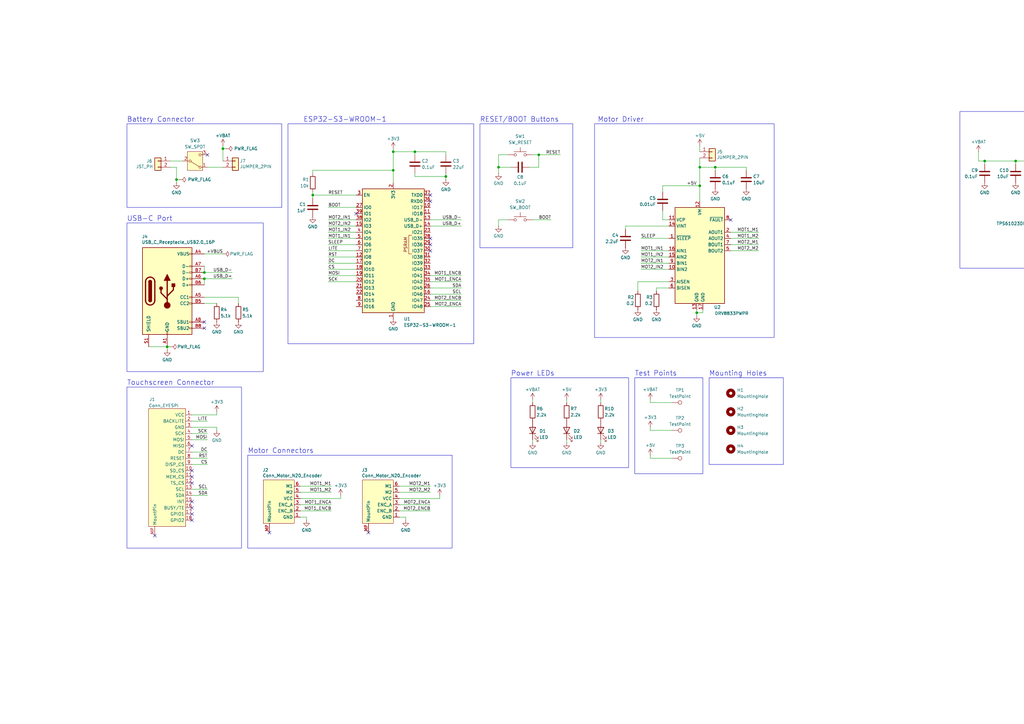
<source format=kicad_sch>
(kicad_sch (version 20250114) (generator "eeschema") (generator_version "9.0")
  (paper "A3")
  (title_block (title "Raster Bot") (rev "v0.2"))
  (rectangle (start 393.7 45.72) (end 480.06 109.982))
  (rectangle (start 52.07 158.75) (end 99.06 224.79))
  (rectangle (start 243.84 50.8) (end 317.5 138.43))
  (rectangle (start 52.07 50.8) (end 115.57 85.09))
  (rectangle (start 52.07 91.44) (end 107.95 152.4))
  (rectangle (start 260.35 154.94) (end 288.29 194.31))
  (rectangle (start 290.83 154.94) (end 321.31 190.5))
  (rectangle (start 101.6 186.69) (end 185.42 224.79))
  (rectangle (start 196.85 50.8) (end 234.95 101.6))
  (rectangle (start 118.11 50.8) (end 194.31 140.97))
  (rectangle (start 209.55 154.94) (end 257.81 191.77))
  (text "Motor Connectors" (at 101.6 186.182 0) (effects (font (size 2.032 2.032)) (justify left bottom)))
  (text "RESET/BOOT Buttons" (at 196.85 50.292 0) (effects (font (size 2.032 2.032)) (justify left bottom)))
  (text "Test Points" (at 260.35 154.432 0) (effects (font (size 2.032 2.032)) (justify left bottom)))
  (text "ESP32-S3-WROOM-1" (at 124.46 50.292 0) (effects (font (size 2.032 2.032)) (justify left bottom)))
  (text "Touchscreen Connector" (at 52.07 158.242 0) (effects (font (size 2.032 2.032)) (justify left bottom)))
  (text "Power LEDs" (at 209.55 154.432 0) (effects (font (size 2.032 2.032)) (justify left bottom)))
  (text "Mounting Holes" (at 290.83 154.432 0) (effects (font (size 2.032 2.032)) (justify left bottom)))
  (text "USB-C Port" (at 52.07 90.932 0) (effects (font (size 2.032 2.032)) (justify left bottom)))
  (text "5V Boost Converter" (at 434.848 43.688 0) (effects (font (size 2.032 2.032))))
  (text "Battery Connector" (at 52.07 50.292 0) (effects (font (size 2.032 2.032)) (justify left bottom)))
  (text "Motor Driver" (at 245.11 50.292 0) (effects (font (size 2.032 2.032)) (justify left bottom)))
  (junction (at 68.58 142.24))
  (junction (at 91.44 60.96))
  (junction (at 161.29 62.23))
  (junction (at 170.18 62.23))
  (junction (at 220.98 63.5))
  (junction (at 445.77 92.71))
  (junction (at 72.39 73.66))
  (junction (at 431.8 66.04))
  (junction (at 287.02 68.58))
  (junction (at 421.64 66.04))
  (junction (at 83.82 111.76))
  (junction (at 128.27 80.01))
  (junction (at 83.82 114.3))
  (junction (at 161.29 69.85))
  (junction (at 285.75 128.27))
  (junction (at 287.02 76.2))
  (junction (at 445.77 82.55))
  (junction (at 293.37 68.58))
  (junction (at 403.86 66.04))
  (junction (at 182.88 72.39))
  (junction (at 416.56 66.04))
  (junction (at 469.9 82.55))
  (junction (at 204.47 68.58))
  (junction (at 457.2 82.55))
  (no_connect (at 176.53 82.55))
  (no_connect (at 78.74 195.58))
  (no_connect (at 78.74 208.28))
  (no_connect (at 78.74 198.12))
  (no_connect (at 78.74 210.82))
  (no_connect (at 110.49 218.44))
  (no_connect (at 176.53 100.33))
  (no_connect (at 78.74 213.36))
  (no_connect (at 176.53 102.87))
  (no_connect (at 151.13 218.44))
  (no_connect (at 78.74 193.04))
  (no_connect (at 176.53 97.79))
  (no_connect (at 78.74 205.74))
  (no_connect (at 63.5 219.71))
  (no_connect (at 83.82 132.08))
  (no_connect (at 78.74 182.88))
  (no_connect (at 85.09 63.5))
  (no_connect (at 83.82 134.62))
  (no_connect (at 299.72 90.17))
  (no_connect (at 176.53 80.01))
  (no_connect (at 146.05 87.63))
  (wire (pts (xy 161.29 62.23) (xy 161.29 69.85)))
  (wire (pts (xy 170.18 62.23) (xy 182.88 62.23)))
  (wire (pts (xy 204.47 63.5) (xy 204.47 68.58)))
  (wire (pts (xy 431.8 66.04) (xy 431.8 68.58)))
  (wire (pts (xy 180.34 204.47) (xy 180.34 203.2)))
  (wire (pts (xy 293.37 68.58) (xy 306.07 68.58)))
  (wire (pts (xy 262.89 97.79) (xy 274.32 97.79)))
  (wire (pts (xy 139.7 204.47) (xy 139.7 203.2)))
  (wire (pts (xy 91.44 59.69) (xy 91.44 60.96)))
  (wire (pts (xy 163.83 201.93) (xy 176.53 201.93)))
  (wire (pts (xy 288.29 128.27) (xy 285.75 128.27)))
  (wire (pts (xy 163.83 199.39) (xy 176.53 199.39)))
  (wire (pts (xy 166.37 212.09) (xy 163.83 212.09)))
  (wire (pts (xy 83.82 114.3) (xy 95.25 114.3)))
  (wire (pts (xy 128.27 71.12) (xy 128.27 69.85)))
  (wire (pts (xy 256.54 92.71) (xy 256.54 93.98)))
  (wire (pts (xy 97.79 124.46) (xy 97.79 121.92)))
  (wire (pts (xy 403.86 66.04) (xy 403.86 67.31)))
  (wire (pts (xy 161.29 69.85) (xy 161.29 74.93)))
  (wire (pts (xy 217.17 68.58) (xy 220.98 68.58)))
  (wire (pts (xy 285.75 128.27) (xy 285.75 129.54)))
  (wire (pts (xy 60.96 142.24) (xy 68.58 142.24)))
  (wire (pts (xy 92.71 60.96) (xy 91.44 60.96)))
  (wire (pts (xy 299.72 102.87) (xy 311.15 102.87)))
  (wire (pts (xy 269.24 118.11) (xy 269.24 119.38)))
  (wire (pts (xy 441.96 82.55) (xy 445.77 82.55)))
  (wire (pts (xy 246.38 163.83) (xy 246.38 165.1)))
  (wire (pts (xy 72.39 68.58) (xy 72.39 73.66)))
  (wire (pts (xy 176.53 115.57) (xy 189.23 115.57)))
  (wire (pts (xy 134.62 115.57) (xy 146.05 115.57)))
  (wire (pts (xy 97.79 121.92) (xy 83.82 121.92)))
  (wire (pts (xy 88.9 175.26) (xy 88.9 176.53)))
  (wire (pts (xy 85.09 68.58) (xy 91.44 68.58)))
  (wire (pts (xy 176.53 113.03) (xy 189.23 113.03)))
  (wire (pts (xy 266.7 186.69) (xy 266.7 187.96)))
  (wire (pts (xy 472.44 74.93) (xy 472.44 82.55)))
  (wire (pts (xy 218.44 63.5) (xy 220.98 63.5)))
  (wire (pts (xy 218.44 90.17) (xy 226.06 90.17)))
  (wire (pts (xy 176.53 92.71) (xy 189.23 92.71)))
  (wire (pts (xy 83.82 124.46) (xy 88.9 124.46)))
  (wire (pts (xy 78.74 177.8) (xy 85.09 177.8)))
  (wire (pts (xy 83.82 114.3) (xy 83.82 116.84)))
  (wire (pts (xy 72.39 73.66) (xy 72.39 74.93)))
  (wire (pts (xy 176.53 120.65) (xy 189.23 120.65)))
  (wire (pts (xy 170.18 71.12) (xy 170.18 72.39)))
  (wire (pts (xy 401.32 66.04) (xy 403.86 66.04)))
  (wire (pts (xy 78.74 180.34) (xy 85.09 180.34)))
  (wire (pts (xy 287.02 59.69) (xy 287.02 62.23)))
  (wire (pts (xy 161.29 62.23) (xy 170.18 62.23)))
  (wire (pts (xy 299.72 95.25) (xy 311.15 95.25)))
  (wire (pts (xy 256.54 92.71) (xy 274.32 92.71)))
  (wire (pts (xy 208.28 63.5) (xy 204.47 63.5)))
  (wire (pts (xy 134.62 110.49) (xy 146.05 110.49)))
  (wire (pts (xy 134.62 105.41) (xy 146.05 105.41)))
  (wire (pts (xy 170.18 63.5) (xy 170.18 62.23)))
  (wire (pts (xy 220.98 68.58) (xy 220.98 63.5)))
  (wire (pts (xy 271.78 76.2) (xy 271.78 78.74)))
  (wire (pts (xy 163.83 207.01) (xy 176.53 207.01)))
  (wire (pts (xy 128.27 80.01) (xy 146.05 80.01)))
  (wire (pts (xy 134.62 92.71) (xy 146.05 92.71)))
  (wire (pts (xy 83.82 104.14) (xy 91.44 104.14)))
  (wire (pts (xy 128.27 81.28) (xy 128.27 80.01)))
  (wire (pts (xy 469.9 82.55) (xy 472.44 82.55)))
  (wire (pts (xy 134.62 95.25) (xy 146.05 95.25)))
  (wire (pts (xy 218.44 181.61) (xy 218.44 180.34)))
  (wire (pts (xy 431.8 66.04) (xy 434.34 66.04)))
  (wire (pts (xy 262.89 110.49) (xy 274.32 110.49)))
  (wire (pts (xy 445.77 83.82) (xy 445.77 82.55)))
  (wire (pts (xy 261.62 115.57) (xy 261.62 119.38)))
  (wire (pts (xy 68.58 142.24) (xy 69.85 142.24)))
  (wire (pts (xy 182.88 62.23) (xy 182.88 63.5)))
  (wire (pts (xy 123.19 207.01) (xy 135.89 207.01)))
  (wire (pts (xy 271.78 90.17) (xy 274.32 90.17)))
  (wire (pts (xy 78.74 190.5) (xy 85.09 190.5)))
  (wire (pts (xy 88.9 170.18) (xy 88.9 168.91)))
  (wire (pts (xy 176.53 90.17) (xy 189.23 90.17)))
  (wire (pts (xy 176.53 125.73) (xy 189.23 125.73)))
  (wire (pts (xy 123.19 204.47) (xy 139.7 204.47)))
  (wire (pts (xy 123.19 209.55) (xy 135.89 209.55)))
  (wire (pts (xy 204.47 90.17) (xy 208.28 90.17)))
  (wire (pts (xy 176.53 118.11) (xy 189.23 118.11)))
  (wire (pts (xy 445.77 92.71) (xy 445.77 93.98)))
  (wire (pts (xy 287.02 76.2) (xy 287.02 82.55)))
  (wire (pts (xy 445.77 82.55) (xy 457.2 82.55)))
  (wire (pts (xy 421.64 66.04) (xy 421.64 77.47)))
  (wire (pts (xy 266.7 187.96) (xy 275.59 187.96)))
  (wire (pts (xy 78.74 203.2) (xy 85.09 203.2)))
  (wire (pts (xy 176.53 123.19) (xy 189.23 123.19)))
  (wire (pts (xy 232.41 163.83) (xy 232.41 165.1)))
  (wire (pts (xy 68.58 142.24) (xy 68.58 143.51)))
  (wire (pts (xy 134.62 113.03) (xy 146.05 113.03)))
  (wire (pts (xy 246.38 181.61) (xy 246.38 180.34)))
  (wire (pts (xy 416.56 66.04) (xy 416.56 67.31)))
  (wire (pts (xy 182.88 72.39) (xy 182.88 73.66)))
  (wire (pts (xy 262.89 102.87) (xy 274.32 102.87)))
  (wire (pts (xy 271.78 76.2) (xy 287.02 76.2)))
  (wire (pts (xy 457.2 83.82) (xy 457.2 82.55)))
  (wire (pts (xy 261.62 115.57) (xy 274.32 115.57)))
  (wire (pts (xy 299.72 100.33) (xy 311.15 100.33)))
  (wire (pts (xy 125.73 213.36) (xy 125.73 212.09)))
  (wire (pts (xy 232.41 181.61) (xy 232.41 180.34)))
  (wire (pts (xy 123.19 212.09) (xy 125.73 212.09)))
  (wire (pts (xy 123.19 201.93) (xy 135.89 201.93)))
  (wire (pts (xy 218.44 163.83) (xy 218.44 165.1)))
  (wire (pts (xy 83.82 109.22) (xy 83.82 111.76)))
  (wire (pts (xy 445.77 91.44) (xy 445.77 92.71)))
  (wire (pts (xy 182.88 71.12) (xy 182.88 72.39)))
  (wire (pts (xy 69.85 66.04) (xy 74.93 66.04)))
  (wire (pts (xy 469.9 83.82) (xy 469.9 82.55)))
  (wire (pts (xy 78.74 172.72) (xy 85.09 172.72)))
  (wire (pts (xy 441.96 66.04) (xy 444.5 66.04)))
  (wire (pts (xy 78.74 170.18) (xy 88.9 170.18)))
  (wire (pts (xy 287.02 68.58) (xy 287.02 76.2)))
  (wire (pts (xy 421.64 66.04) (xy 431.8 66.04)))
  (wire (pts (xy 163.83 204.47) (xy 180.34 204.47)))
  (wire (pts (xy 72.39 73.66) (xy 73.66 73.66)))
  (wire (pts (xy 78.74 200.66) (xy 85.09 200.66)))
  (wire (pts (xy 161.29 60.96) (xy 161.29 62.23)))
  (wire (pts (xy 306.07 68.58) (xy 306.07 69.85)))
  (wire (pts (xy 293.37 68.58) (xy 293.37 69.85)))
  (wire (pts (xy 416.56 66.04) (xy 421.64 66.04)))
  (wire (pts (xy 134.62 100.33) (xy 146.05 100.33)))
  (wire (pts (xy 287.02 64.77) (xy 287.02 68.58)))
  (wire (pts (xy 134.62 97.79) (xy 146.05 97.79)))
  (wire (pts (xy 457.2 82.55) (xy 469.9 82.55)))
  (wire (pts (xy 134.62 90.17) (xy 146.05 90.17)))
  (wire (pts (xy 88.9 175.26) (xy 78.74 175.26)))
  (wire (pts (xy 441.96 92.71) (xy 445.77 92.71)))
  (wire (pts (xy 269.24 118.11) (xy 274.32 118.11)))
  (wire (pts (xy 83.82 111.76) (xy 95.25 111.76)))
  (wire (pts (xy 128.27 78.74) (xy 128.27 80.01)))
  (wire (pts (xy 266.7 176.53) (xy 275.59 176.53)))
  (wire (pts (xy 78.74 187.96) (xy 85.09 187.96)))
  (wire (pts (xy 287.02 68.58) (xy 293.37 68.58)))
  (wire (pts (xy 285.75 127) (xy 285.75 128.27)))
  (wire (pts (xy 170.18 72.39) (xy 182.88 72.39)))
  (wire (pts (xy 204.47 92.71) (xy 204.47 90.17)))
  (wire (pts (xy 163.83 209.55) (xy 176.53 209.55)))
  (wire (pts (xy 69.85 68.58) (xy 72.39 68.58)))
  (wire (pts (xy 288.29 127) (xy 288.29 128.27)))
  (wire (pts (xy 266.7 165.1) (xy 275.59 165.1)))
  (wire (pts (xy 266.7 175.26) (xy 266.7 176.53)))
  (wire (pts (xy 444.5 77.47) (xy 441.96 77.47)))
  (wire (pts (xy 128.27 69.85) (xy 161.29 69.85)))
  (wire (pts (xy 91.44 60.96) (xy 91.44 66.04)))
  (wire (pts (xy 134.62 85.09) (xy 146.05 85.09)))
  (wire (pts (xy 266.7 163.83) (xy 266.7 165.1)))
  (wire (pts (xy 444.5 66.04) (xy 444.5 77.47)))
  (wire (pts (xy 299.72 97.79) (xy 311.15 97.79)))
  (wire (pts (xy 401.32 62.23) (xy 401.32 66.04)))
  (wire (pts (xy 166.37 212.09) (xy 166.37 213.36)))
  (wire (pts (xy 262.89 105.41) (xy 274.32 105.41)))
  (wire (pts (xy 209.55 68.58) (xy 204.47 68.58)))
  (wire (pts (xy 134.62 107.95) (xy 146.05 107.95)))
  (wire (pts (xy 220.98 63.5) (xy 229.87 63.5)))
  (wire (pts (xy 441.96 87.63) (xy 441.96 92.71)))
  (wire (pts (xy 78.74 185.42) (xy 85.09 185.42)))
  (wire (pts (xy 123.19 199.39) (xy 135.89 199.39)))
  (wire (pts (xy 134.62 102.87) (xy 146.05 102.87)))
  (wire (pts (xy 271.78 86.36) (xy 271.78 90.17)))
  (wire (pts (xy 262.89 107.95) (xy 274.32 107.95)))
  (wire (pts (xy 403.86 66.04) (xy 416.56 66.04)))
  (wire (pts (xy 204.47 68.58) (xy 204.47 71.12)))
  (label "+VBUS" (at 91.44 104.14 180))
  (label "MOT1_IN2" (at 262.89 105.41 0))
  (label "CS" (at 134.62 110.49 0))
  (label "LITE" (at 85.09 172.72 180))
  (label "MOT1_M2" (at 135.89 201.93 180))
  (label "MOT1_IN1" (at 134.62 97.79 0))
  (label "SCK" (at 134.62 115.57 0))
  (label "RST" (at 134.62 105.41 0))
  (label "BOOT" (at 226.06 90.17 180))
  (label "MOT1_M1" (at 135.89 199.39 180))
  (label "BOOT" (at 134.62 85.09 0))
  (label "MOSI" (at 85.09 180.34 180))
  (label "MOT2_ENCA" (at 189.23 125.73 180))
  (label "DC" (at 134.62 107.95 0))
  (label "MOT2_M1" (at 176.53 199.39 180))
  (label "USB_D-" (at 189.23 90.17 180))
  (label "USB_D+" (at 189.23 92.71 180))
  (label "SLEEP" (at 134.62 100.33 0))
  (label "MOT1_IN1" (at 262.89 102.87 0))
  (label "MOT2_IN2" (at 134.62 92.71 0))
  (label "MOT2_IN1" (at 262.89 107.95 0))
  (label "USB_D-" (at 95.25 111.76 180))
  (label "MOT1_M2" (at 311.15 97.79 180))
  (label "RST" (at 85.09 187.96 180))
  (label "CS" (at 85.09 190.5 180))
  (label "MOT1_IN2" (at 134.62 95.25 0))
  (label "SCK" (at 85.09 177.8 180))
  (label "MOT2_M2" (at 176.53 201.93 180))
  (label "RESET" (at 134.62 80.01 0))
  (label "LITE" (at 134.62 102.87 0))
  (label "MOT2_ENCB" (at 176.53 209.55 180))
  (label "SDA" (at 189.23 118.11 180))
  (label "SDA" (at 85.09 203.2 180))
  (label "DC" (at 85.09 185.42 180))
  (label "MOT2_ENCB" (at 189.23 123.19 180))
  (label "MOT1_ENCB" (at 135.89 209.55 180))
  (label "MOSI" (at 134.62 113.03 0))
  (label "SCL" (at 189.23 120.65 180))
  (label "+5V" (at 285.75 76.2 180))
  (label "MOT2_ENCA" (at 176.53 207.01 180))
  (label "USB_D+" (at 95.25 114.3 180))
  (label "MOT2_M2" (at 311.15 102.87 180))
  (label "SCL" (at 85.09 200.66 180))
  (label "MOT2_IN2" (at 262.89 110.49 0))
  (label "MOT1_ENCA" (at 135.89 207.01 180))
  (label "MOT1_ENCA" (at 189.23 115.57 180))
  (label "RESET" (at 229.87 63.5 180))
  (label "SLEEP" (at 262.89 97.79 0))
  (label "MOT1_ENCB" (at 189.23 113.03 180))
  (label "MOT1_M1" (at 311.15 95.25 180))
  (label "MOT2_M1" (at 311.15 100.33 180))
  (label "MOT2_IN1" (at 134.62 90.17 0))
  (symbol (lib_id "Device:R") (at 269.24 123.19 0) (mirror y) (unit 1)
    (property "Reference" "R3" (at 267.716 121.92 0) (effects (justify left)))
    (property "Value" "0.2" (at 267.716 124.46 0) (effects (justify left)))
    (property "Footprint" "Resistor_SMD:R_1206_3216Metric" (effects (hide yes)))
    (property "Description" "Resistor" (effects (hide yes)))
    (property "LCSC" "C7467885" (effects (hide yes)))
  )
  (symbol (lib_id "power:GND") (at 256.54 101.6 0) (mirror y) (unit 1)
    (property "Reference" "#PWR011" (effects (hide yes)))
    (property "Value" "GND" (at 256.54 105.664 0))
    (property "Description" "Power symbol creates a global label with name \"GND\" , ground" (effects (hide yes)))
  )
  (symbol (lib_id "power:GND") (at 469.9 91.44 0) (unit 1)
    (property "Reference" "#PWR041" (effects (hide yes)))
    (property "Value" "GND" (at 469.9 95.504 0))
    (property "Description" "Power symbol creates a global label with name \"GND\" , ground" (effects (hide yes)))
  )
  (symbol (lib_id "power:+3V3") (at 161.29 60.96 0) (unit 1)
    (property "Reference" "#PWR06" (effects (hide yes)))
    (property "Value" "+3V3" (at 161.29 56.896 0))
    (property "Description" "Power symbol creates a global label with name \"+3V3\"" (effects (hide yes)))
  )
  (symbol (lib_id "power:+3V3") (at 139.7 203.2 0) (mirror y) (unit 1)
    (property "Reference" "#PWR03" (effects (hide yes)))
    (property "Value" "+3V3" (at 139.7 199.136 0))
    (property "Description" "Power symbol creates a global label with name \"+3V3\"" (effects (hide yes)))
  )
  (symbol (lib_id "Device:C") (at 293.37 73.66 0) (unit 1)
    (property "Reference" "C6" (at 296.164 72.39 0) (effects (justify left)))
    (property "Value" "0.1uF" (at 296.164 74.93 0) (effects (justify left)))
    (property "Footprint" "Capacitor_SMD:C_0805_2012Metric" (effects (hide yes)))
    (property "Description" "Unpolarized capacitor" (effects (hide yes)))
    (property "LCSC" "C28233" (effects (hide yes)))
  )
  (symbol (lib_id "Mechanical:MountingHole") (at 299.72 168.91 0) (unit 1) (in_bom no)
    (property "Reference" "H2" (at 302.26 167.6399 0) (effects (justify left)))
    (property "Value" "MountingHole" (at 302.26 170.1799 0) (effects (justify left)))
    (property "Footprint" "MountingHole:MountingHole_3.2mm_M3" (effects (hide yes)))
    (property "Description" "Mounting Hole without connection" (effects (hide yes)))
  )
  (symbol (lib_id "Mechanical:MountingHole") (at 299.72 161.29 0) (unit 1) (in_bom no)
    (property "Reference" "H1" (at 302.26 160.0199 0) (effects (justify left)))
    (property "Value" "MountingHole" (at 302.26 162.5599 0) (effects (justify left)))
    (property "Footprint" "MountingHole:MountingHole_3.2mm_M3" (effects (hide yes)))
    (property "Description" "Mounting Hole without connection" (effects (hide yes)))
  )
  (symbol (lib_id "Connector_Generic:Conn_01x02") (at 96.52 66.04 0) (unit 1)
    (property "Reference" "J7" (at 99.568 66.04 0))
    (property "Value" "JUMPER_2PIN" (at 104.902 68.326 0))
    (property "Footprint" "Connector_PinHeader_2.54mm:PinHeader_1x02_P2.54mm_Vertical" (effects (hide yes)))
    (property "Description" "Generic connector, single row, 01x02, script generated (kicad-library-utils/schlib/autogen/connector/)" (effects (hide yes)))
    (property "LCSC" "C124375" (effects (hide yes)))
  )
  (symbol (lib_id "power:PWR_FLAG") (at 91.44 104.14 270) (mirror x) (unit 1)
    (property "Reference" "#FLG02" (effects (hide yes)))
    (property "Value" "PWR_FLAG" (at 94.234 104.14 90) (effects (justify left)))
    (property "Description" "Special symbol for telling ERC where power comes from" (effects (hide yes)))
  )
  (symbol (lib_id "Connector:TestPoint") (at 275.59 187.96 270) (mirror x) (unit 1)
    (property "Reference" "TP3" (at 278.892 182.88 90))
    (property "Value" "TestPoint" (at 278.892 185.42 90))
    (property "Description" "test point" (effects (hide yes)))
  )
  (symbol (lib_id "power:GND") (at 68.58 143.51 0) (mirror y) (unit 1)
    (property "Reference" "#PWR013" (effects (hide yes)))
    (property "Value" "GND" (at 68.58 147.574 0))
    (property "Description" "Power symbol creates a global label with name \"GND\" , ground" (effects (hide yes)))
  )
  (symbol (lib_id "Device:LED") (at 246.38 176.53 90) (unit 1)
    (property "Reference" "D3" (at 249.174 176.784 90) (effects (justify right)))
    (property "Value" "LED" (at 249.174 179.324 90) (effects (justify right)))
    (property "Footprint" "LED_SMD:LED_0603_1608Metric" (effects (hide yes)))
    (property "Description" "Light emitting diode" (effects (hide yes)))
    (property "Sim.Pins" "1=K 2=A" (effects (hide yes)))
    (property "LCSC" "C2286" (effects (hide yes)))
  )
  (symbol (lib_id "Mechanical:MountingHole") (at 299.72 176.53 0) (unit 1) (in_bom no)
    (property "Reference" "H3" (at 302.26 175.2599 0) (effects (justify left)))
    (property "Value" "MountingHole" (at 302.26 177.7999 0) (effects (justify left)))
    (property "Footprint" "MountingHole:MountingHole_3.2mm_M3" (effects (hide yes)))
    (property "Description" "Mounting Hole without connection" (effects (hide yes)))
  )
  (symbol (lib_id "Switch:SW_SPDT") (at 80.01 66.04 0) (mirror x) (unit 1)
    (property "Reference" "SW3" (at 80.01 57.658 0))
    (property "Value" "SW_SPDT" (at 80.01 60.198 0))
    (property "Footprint" "Raster_Bot:SW_SPDT_Shouhan_MSK12C02" (effects (hide yes)))
    (property "Description" "Switch, single pole double throw" (effects (hide yes)))
    (property "LCSC" "C431541" (effects (hide yes)))
  )
  (symbol (lib_id "Connector:TestPoint") (at 275.59 165.1 270) (mirror x) (unit 1)
    (property "Reference" "TP1" (at 278.892 160.02 90))
    (property "Value" "TestPoint" (at 278.892 162.56 90))
    (property "Description" "test point" (effects (hide yes)))
  )
  (symbol (lib_id "power:+5V") (at 287.02 59.69 0) (unit 1)
    (property "Reference" "#PWR016" (effects (hide yes)))
    (property "Value" "+5V" (at 287.02 55.626 0))
    (property "Description" "Power symbol creates a global label with name \"+5V\"" (effects (hide yes)))
  )
  (symbol (lib_id "power:GND") (at 246.38 181.61 0) (unit 1)
    (property "Reference" "#PWR044" (effects (hide yes)))
    (property "Value" "GND" (at 246.38 185.674 0))
    (property "Description" "Power symbol creates a global label with name \"GND\" , ground" (effects (hide yes)))
  )
  (symbol (lib_id "power:GND") (at 161.29 130.81 0) (mirror y) (unit 1)
    (property "Reference" "#PWR07" (effects (hide yes)))
    (property "Value" "GND" (at 161.29 134.874 0))
    (property "Description" "Power symbol creates a global label with name \"GND\" , ground" (effects (hide yes)))
  )
  (symbol (lib_id "power:GND") (at 182.88 73.66 0) (mirror y) (unit 1)
    (property "Reference" "#PWR010" (effects (hide yes)))
    (property "Value" "GND" (at 182.88 77.724 0))
    (property "Description" "Power symbol creates a global label with name \"GND\" , ground" (effects (hide yes)))
  )
  (symbol (lib_id "Device:C") (at 469.9 87.63 0) (unit 1)
    (property "Reference" "C12" (at 472.694 86.36 0) (effects (justify left)))
    (property "Value" "22uF" (at 472.694 88.9 0) (effects (justify left)))
    (property "Footprint" "Capacitor_SMD:C_0805_2012Metric" (effects (hide yes)))
    (property "Description" "Unpolarized capacitor" (effects (hide yes)))
    (property "LCSC" "C45783" (effects (hide yes)))
  )
  (symbol (lib_id "Device:C") (at 128.27 85.09 0) (unit 1)
    (property "Reference" "C1" (at 125.476 83.82 0) (effects (justify right)))
    (property "Value" "1uF" (at 125.476 86.36 0) (effects (justify right)))
    (property "Footprint" "Capacitor_SMD:C_0805_2012Metric" (effects (hide yes)))
    (property "Description" "Unpolarized capacitor" (effects (hide yes)))
    (property "LCSC" "C28323" (effects (hide yes)))
  )
  (symbol (lib_id "power:GND") (at 218.44 181.61 0) (unit 1)
    (property "Reference" "#PWR029" (effects (hide yes)))
    (property "Value" "GND" (at 218.44 185.674 0))
    (property "Description" "Power symbol creates a global label with name \"GND\" , ground" (effects (hide yes)))
  )
  (symbol (lib_id "power:GND") (at 166.37 213.36 0) (unit 1)
    (property "Reference" "#PWR09" (effects (hide yes)))
    (property "Value" "GND" (at 166.37 217.424 0))
    (property "Description" "Power symbol creates a global label with name \"GND\" , ground" (effects (hide yes)))
  )
  (symbol (lib_id "power:GND") (at 431.8 95.25 0) (unit 1)
    (property "Reference" "#PWR038" (effects (hide yes)))
    (property "Value" "GND" (at 431.8 99.314 0))
    (property "Description" "Power symbol creates a global label with name \"GND\" , ground" (effects (hide yes)))
  )
  (symbol (lib_id "Device:R") (at 128.27 74.93 0) (mirror y) (unit 1)
    (property "Reference" "R1" (at 126.746 73.66 0) (effects (justify left)))
    (property "Value" "10k" (at 126.746 76.2 0) (effects (justify left)))
    (property "Footprint" "Resistor_SMD:R_0805_2012Metric" (effects (hide yes)))
    (property "Description" "Resistor" (effects (hide yes)))
    (property "LCSC" "C17414" (effects (hide yes)))
  )
  (symbol (lib_id "Device:R") (at 97.79 128.27 0) (unit 1)
    (property "Reference" "R5" (at 99.314 127 0) (effects (justify left)))
    (property "Value" "5.1k" (at 99.314 129.54 0) (effects (justify left)))
    (property "Footprint" "Resistor_SMD:R_0805_2012Metric" (effects (hide yes)))
    (property "Description" "Resistor" (effects (hide yes)))
    (property "LCSC" "C27834" (effects (hide yes)))
  )
  (symbol (lib_id "Connector:TestPoint") (at 275.59 176.53 270) (mirror x) (unit 1)
    (property "Reference" "TP2" (at 278.892 171.45 90))
    (property "Value" "TestPoint" (at 278.892 173.99 90))
    (property "Description" "test point" (effects (hide yes)))
  )
  (symbol (lib_id "power:+BATT") (at 218.44 163.83 0) (unit 1)
    (property "Reference" "#PWR028" (effects (hide yes)))
    (property "Value" "+VBAT" (at 218.44 159.766 0))
    (property "Description" "Power symbol creates a global label with name \"+BATT\"" (effects (hide yes)))
  )
  (symbol (lib_id "Device:C") (at 182.88 67.31 0) (mirror y) (unit 1)
    (property "Reference" "C3" (at 185.674 66.04 0) (effects (justify right)))
    (property "Value" "22uF" (at 185.674 68.58 0) (effects (justify right)))
    (property "Footprint" "Capacitor_SMD:C_0805_2012Metric" (effects (hide yes)))
    (property "Description" "Unpolarized capacitor" (effects (hide yes)))
    (property "LCSC" "C45783" (effects (hide yes)))
  )
  (symbol (lib_id "power:PWR_FLAG") (at 73.66 73.66 270) (mirror x) (unit 1)
    (property "Reference" "#FLG03" (effects (hide yes)))
    (property "Value" "PWR_FLAG" (at 76.962 73.66 90) (effects (justify left)))
    (property "Description" "Special symbol for telling ERC where power comes from" (effects (hide yes)))
  )
  (symbol (lib_id "Device:C") (at 457.2 87.63 0) (unit 1)
    (property "Reference" "C11" (at 459.994 86.36 0) (effects (justify left)))
    (property "Value" "22uF" (at 459.994 88.9 0) (effects (justify left)))
    (property "Footprint" "Capacitor_SMD:C_0805_2012Metric" (effects (hide yes)))
    (property "Description" "Unpolarized capacitor" (effects (hide yes)))
    (property "LCSC" "C45783" (effects (hide yes)))
  )
  (symbol (lib_id "power:GND") (at 125.73 213.36 0) (mirror y) (unit 1)
    (property "Reference" "#PWR04" (effects (hide yes)))
    (property "Value" "GND" (at 125.73 217.424 0))
    (property "Description" "Power symbol creates a global label with name \"GND\" , ground" (effects (hide yes)))
  )
  (symbol (lib_id "power:+BATT") (at 266.7 186.69 0) (mirror y) (unit 1)
    (property "Reference" "#PWR025" (effects (hide yes)))
    (property "Value" "+5V" (at 266.7 182.626 0))
    (property "Description" "Power symbol creates a global label with name \"+BATT\"" (effects (hide yes)))
  )
  (symbol (lib_id "Device:R") (at 218.44 168.91 0) (unit 1)
    (property "Reference" "R6" (at 219.964 167.64 0) (effects (justify left)))
    (property "Value" "2.2k" (at 219.964 170.18 0) (effects (justify left)))
    (property "Footprint" "Resistor_SMD:R_0805_2012Metric" (effects (hide yes)))
    (property "Description" "Resistor" (effects (hide yes)))
    (property "LCSC" "C17520" (effects (hide yes)))
  )
  (symbol (lib_id "power:GND") (at 306.07 77.47 0) (unit 1)
    (property "Reference" "#PWR020" (effects (hide yes)))
    (property "Value" "GND" (at 306.07 81.534 0))
    (property "Description" "Power symbol creates a global label with name \"GND\" , ground" (effects (hide yes)))
  )
  (symbol (lib_id "power:GND") (at 232.41 181.61 0) (unit 1)
    (property "Reference" "#PWR032" (effects (hide yes)))
    (property "Value" "GND" (at 232.41 185.674 0))
    (property "Description" "Power symbol creates a global label with name \"GND\" , ground" (effects (hide yes)))
  )
  (symbol (lib_id "power:GND") (at 88.9 176.53 0) (unit 1)
    (property "Reference" "#PWR02" (effects (hide yes)))
    (property "Value" "GND" (at 88.9 180.594 0))
    (property "Description" "Power symbol creates a global label with name \"GND\" , ground" (effects (hide yes)))
  )
  (symbol (lib_id "power:GND") (at 445.77 101.6 0) (unit 1)
    (property "Reference" "#PWR039" (effects (hide yes)))
    (property "Value" "GND" (at 445.77 105.664 0))
    (property "Description" "Power symbol creates a global label with name \"GND\" , ground" (effects (hide yes)))
  )
  (symbol (lib_id "power:+BATT") (at 232.41 163.83 0) (unit 1)
    (property "Reference" "#PWR031" (effects (hide yes)))
    (property "Value" "+5V" (at 232.41 159.766 0))
    (property "Description" "Power symbol creates a global label with name \"+BATT\"" (effects (hide yes)))
  )
  (symbol (lib_id "power:+5V") (at 472.44 74.93 0) (unit 1)
    (property "Reference" "#PWR042" (effects (hide yes)))
    (property "Value" "+5V" (at 472.44 70.866 0))
    (property "Description" "Power symbol creates a global label with name \"+5V\"" (effects (hide yes)))
  )
  (symbol (lib_id "Device:R") (at 445.77 87.63 0) (unit 1)
    (property "Reference" "R8" (at 447.294 86.36 0) (effects (justify left)))
    (property "Value" "220k" (at 447.294 88.9 0) (effects (justify left)))
    (property "Footprint" "Resistor_SMD:R_0603_1608Metric" (effects (hide yes)))
    (property "Description" "Resistor" (effects (hide yes)))
  )
  (symbol (lib_id "Device:R") (at 232.41 168.91 0) (unit 1)
    (property "Reference" "R7" (at 233.934 167.64 0) (effects (justify left)))
    (property "Value" "2.2k" (at 233.934 170.18 0) (effects (justify left)))
    (property "Footprint" "Resistor_SMD:R_0805_2012Metric" (effects (hide yes)))
    (property "Description" "Resistor" (effects (hide yes)))
    (property "LCSC" "C17520" (effects (hide yes)))
  )
  (symbol (lib_id "power:GND") (at 204.47 71.12 0) (mirror y) (unit 1)
    (property "Reference" "#PWR021" (effects (hide yes)))
    (property "Value" "GND" (at 204.47 75.184 0))
    (property "Description" "Power symbol creates a global label with name \"GND\" , ground" (effects (hide yes)))
  )
  (symbol (lib_id "Device:R") (at 445.77 97.79 0) (unit 1)
    (property "Reference" "R9" (at 447.294 96.52 0) (effects (justify left)))
    (property "Value" "30k" (at 447.294 99.06 0) (effects (justify left)))
    (property "Footprint" "Resistor_SMD:R_0805_2012Metric" (effects (hide yes)))
    (property "Description" "Resistor" (effects (hide yes)))
    (property "LCSC" "C17621" (effects (hide yes)))
  )
  (symbol (lib_id "power:GND") (at 261.62 127 0) (unit 1)
    (property "Reference" "#PWR012" (effects (hide yes)))
    (property "Value" "GND" (at 261.62 131.064 0))
    (property "Description" "Power symbol creates a global label with name \"GND\" , ground" (effects (hide yes)))
  )
  (symbol (lib_id "Raster_Bot:Conn_Motor_N20_Encoder") (at 161.29 218.44 0) (unit 1)
    (property "Reference" "J3" (at 148.336 192.786 0) (effects (justify left)))
    (property "Value" "Conn_Motor_N20_Encoder" (at 148.336 195.072 0) (effects (justify left)))
    (property "LCSC" "C495540" (effects (hide yes)))
  )
  (symbol (lib_id "power:GND") (at 269.24 127 0) (unit 1)
    (property "Reference" "#PWR014" (effects (hide yes)))
    (property "Value" "GND" (at 269.24 131.064 0))
    (property "Description" "Power symbol creates a global label with name \"GND\" , ground" (effects (hide yes)))
  )
  (symbol (lib_id "Device:R") (at 261.62 123.19 0) (mirror y) (unit 1)
    (property "Reference" "R2" (at 260.096 121.92 0) (effects (justify left)))
    (property "Value" "0.2" (at 260.096 124.46 0) (effects (justify left)))
    (property "Footprint" "Resistor_SMD:R_1206_3216Metric" (effects (hide yes)))
    (property "Description" "Resistor" (effects (hide yes)))
    (property "LCSC" "C7467885" (effects (hide yes)))
  )
  (symbol (lib_id "Device:C") (at 213.36 68.58 270) (mirror x) (unit 1)
    (property "Reference" "C8" (at 213.36 72.644 90))
    (property "Value" "0.1uF" (at 213.36 75.184 90))
    (property "Footprint" "Capacitor_SMD:C_0805_2012Metric" (effects (hide yes)))
    (property "Description" "Unpolarized capacitor" (effects (hide yes)))
    (property "LCSC" "C28233" (effects (hide yes)))
  )
  (symbol (lib_id "power:+BATT") (at 266.7 163.83 0) (mirror y) (unit 1)
    (property "Reference" "#PWR023" (effects (hide yes)))
    (property "Value" "+VBAT" (at 266.7 159.766 0))
    (property "Description" "Power symbol creates a global label with name \"+BATT\"" (effects (hide yes)))
  )
  (symbol (lib_id "Raster_Bot:TPS61023DRLR") (at 431.8 81.28 0) (unit 1)
    (property "Reference" "U3" (at 420.37 89.408 0) (effects (justify left)))
    (property "Value" "TPS61023DRLR" (at 408.686 91.694 0) (effects (justify left)))
    (property "Footprint" "Package_TO_SOT_SMD:SOT-563" (effects (hide yes)))
    (property "Datasheet" "https://www.ti.com/lit/ds/symlink/tps61023.pdf" (effects (hide yes)))
    (property "Description" "3.7-A boost converter with 0.5-V ultra-low input voltage" (effects (hide yes)))
    (property "LCSC" "C919459" (effects (hide yes)))
  )
  (symbol (lib_id "power:GND") (at 403.86 74.93 0) (mirror y) (unit 1)
    (property "Reference" "#PWR036" (effects (hide yes)))
    (property "Value" "GND" (at 403.86 78.994 0))
    (property "Description" "Power symbol creates a global label with name \"GND\" , ground" (effects (hide yes)))
  )
  (symbol (lib_id "power:GND") (at 285.75 129.54 0) (unit 1)
    (property "Reference" "#PWR015" (effects (hide yes)))
    (property "Value" "GND" (at 285.75 133.604 0))
    (property "Description" "Power symbol creates a global label with name \"GND\" , ground" (effects (hide yes)))
  )
  (symbol (lib_id "power:GND") (at 204.47 92.71 0) (mirror y) (unit 1)
    (property "Reference" "#PWR022" (effects (hide yes)))
    (property "Value" "GND" (at 204.47 96.774 0))
    (property "Description" "Power symbol creates a global label with name \"GND\" , ground" (effects (hide yes)))
  )
  (symbol (lib_id "Device:C") (at 403.86 71.12 0) (mirror y) (unit 1)
    (property "Reference" "C9" (at 401.066 69.85 0) (effects (justify left)))
    (property "Value" "0.1uF" (at 401.066 72.39 0) (effects (justify left)))
    (property "Footprint" "Capacitor_SMD:C_0805_2012Metric" (effects (hide yes)))
    (property "Description" "Unpolarized capacitor" (effects (hide yes)))
    (property "LCSC" "C28233" (effects (hide yes)))
  )
  (symbol (lib_id "Device:C") (at 256.54 97.79 0) (mirror y) (unit 1)
    (property "Reference" "C4" (at 253.746 96.52 0) (effects (justify left)))
    (property "Value" "2.2uF" (at 253.746 99.06 0) (effects (justify left)))
    (property "Footprint" "Capacitor_SMD:C_0805_2012Metric" (effects (hide yes)))
    (property "Description" "Unpolarized capacitor" (effects (hide yes)))
    (property "LCSC" "C377773" (effects (hide yes)))
  )
  (symbol (lib_id "Device:R") (at 88.9 128.27 0) (unit 1)
    (property "Reference" "R4" (at 90.424 127 0) (effects (justify left)))
    (property "Value" "5.1k" (at 90.424 129.54 0) (effects (justify left)))
    (property "Footprint" "Resistor_SMD:R_0805_2012Metric" (effects (hide yes)))
    (property "Description" "Resistor" (effects (hide yes)))
    (property "LCSC" "C27834" (effects (hide yes)))
  )
  (symbol (lib_id "Raster_Bot:USB_C_Receptacle_USB2.0_16P") (at 68.58 119.38 0) (unit 1)
    (property "Reference" "J4" (at 59.436 97.028 0))
    (property "Value" "USB_C_Receptacle_USB2.0_16P" (at 73.152 99.314 0))
    (property "Datasheet" "https://www.usb.org/sites/default/files/documents/usb_type-c.zip" (effects (hide yes)))
    (property "Description" "USB 2.0-only 16P Type-C Receptacle connector" (effects (hide yes)))
  )
  (symbol (lib_id "Device:LED") (at 232.41 176.53 90) (unit 1)
    (property "Reference" "D2" (at 235.204 176.784 90) (effects (justify right)))
    (property "Value" "LED" (at 235.204 179.324 90) (effects (justify right)))
    (property "Footprint" "LED_SMD:LED_0603_1608Metric" (effects (hide yes)))
    (property "Description" "Light emitting diode" (effects (hide yes)))
    (property "Sim.Pins" "1=K 2=A" (effects (hide yes)))
    (property "LCSC" "C2286" (effects (hide yes)))
  )
  (symbol (lib_id "power:GND") (at 293.37 77.47 0) (unit 1)
    (property "Reference" "#PWR018" (effects (hide yes)))
    (property "Value" "GND" (at 293.37 81.534 0))
    (property "Description" "Power symbol creates a global label with name \"GND\" , ground" (effects (hide yes)))
  )
  (symbol (lib_id "Raster_Bot:DRV8833PWPR") (at 287.02 102.87 0) (unit 1)
    (property "Reference" "U2" (at 292.862 125.984 0) (effects (justify left)))
    (property "Value" "DRV8833PWPR" (at 293.116 128.524 0) (effects (justify left)))
    (property "Footprint" "Raster_Bot:HTSSOP-16-1EP_4.4x5mm_P0.65mm_EP3.4x5mm_Mask2.66x2.46mm_ThermalVias" (effects (hide yes)))
    (property "Datasheet" "http://www.ti.com/lit/ds/symlink/drv8833.pdf" (effects (hide yes)))
    (property "Description" "Dual H-Bridge Motor Driver, HTSSOP-16" (effects (hide yes)))
    (property "LCSC" "C50506" (effects (hide yes)))
  )
  (symbol (lib_id "Connector_Generic:Conn_01x02") (at 64.77 66.04 0) (mirror y) (unit 1)
    (property "Reference" "J6" (at 62.484 66.04 0) (effects (justify left)))
    (property "Value" "JST_PH" (at 62.738 68.326 0) (effects (justify left)))
    (property "Footprint" "Connector_JST:JST_PH_B2B-PH-K_1x02_P2.00mm_Vertical" (effects (hide yes)))
    (property "Description" "Generic connector, single row, 01x02, script generated (kicad-library-utils/schlib/autogen/connector/)" (effects (hide yes)))
    (property "LCSC" "C131337" (effects (hide yes)))
  )
  (symbol (lib_id "power:GND") (at 416.56 74.93 0) (unit 1)
    (property "Reference" "#PWR037" (effects (hide yes)))
    (property "Value" "GND" (at 416.56 78.994 0))
    (property "Description" "Power symbol creates a global label with name \"GND\" , ground" (effects (hide yes)))
  )
  (symbol (lib_id "Switch:SW_Push") (at 213.36 90.17 0) (unit 1)
    (property "Reference" "SW2" (at 213.36 82.55 0))
    (property "Value" "SW_BOOT" (at 213.36 85.09 0))
    (property "Footprint" "Button_Switch_SMD:SW_SPST_TS-1088-xR020" (effects (hide yes)))
    (property "Description" "Push button switch, generic, two pins" (effects (hide yes)))
    (property "LCSC" "C720477" (effects (hide yes)))
  )
  (symbol (lib_id "Device:C") (at 271.78 82.55 0) (mirror y) (unit 1)
    (property "Reference" "C5" (at 268.986 81.28 0) (effects (justify left)))
    (property "Value" "0.01uF" (at 268.986 83.82 0) (effects (justify left)))
    (property "Footprint" "Capacitor_SMD:C_0805_2012Metric" (effects (hide yes)))
    (property "Description" "Unpolarized capacitor" (effects (hide yes)))
    (property "LCSC" "C1710" (effects (hide yes)))
  )
  (symbol (lib_id "power:GND") (at 457.2 91.44 0) (unit 1)
    (property "Reference" "#PWR040" (effects (hide yes)))
    (property "Value" "GND" (at 457.2 95.504 0))
    (property "Description" "Power symbol creates a global label with name \"GND\" , ground" (effects (hide yes)))
  )
  (symbol (lib_id "Switch:SW_Push") (at 213.36 63.5 0) (unit 1)
    (property "Reference" "SW1" (at 213.36 55.88 0))
    (property "Value" "SW_RESET" (at 213.36 58.42 0))
    (property "Footprint" "Button_Switch_SMD:SW_SPST_TS-1088-xR020" (effects (hide yes)))
    (property "Description" "Push button switch, generic, two pins" (effects (hide yes)))
    (property "LCSC" "C720477" (effects (hide yes)))
  )
  (symbol (lib_id "power:GND") (at 97.79 132.08 0) (mirror y) (unit 1)
    (property "Reference" "#PWR019" (effects (hide yes)))
    (property "Value" "GND" (at 97.79 136.144 0))
    (property "Description" "Power symbol creates a global label with name \"GND\" , ground" (effects (hide yes)))
  )
  (symbol (lib_id "Connector_Generic:Conn_01x02") (at 292.1 62.23 0) (unit 1)
    (property "Reference" "J5" (at 295.148 62.23 0))
    (property "Value" "JUMPER_2PIN" (at 300.482 64.516 0))
    (property "Footprint" "Connector_PinHeader_2.54mm:PinHeader_1x02_P2.54mm_Vertical" (effects (hide yes)))
    (property "Description" "Generic connector, single row, 01x02, script generated (kicad-library-utils/schlib/autogen/connector/)" (effects (hide yes)))
    (property "LCSC" "C124375" (effects (hide yes)))
  )
  (symbol (lib_id "power:PWR_FLAG") (at 69.85 142.24 270) (mirror x) (unit 1)
    (property "Reference" "#FLG01" (effects (hide yes)))
    (property "Value" "PWR_FLAG" (at 72.644 142.24 90) (effects (justify left)))
    (property "Description" "Special symbol for telling ERC where power comes from" (effects (hide yes)))
  )
  (symbol (lib_id "power:+BATT") (at 266.7 175.26 0) (mirror y) (unit 1)
    (property "Reference" "#PWR024" (effects (hide yes)))
    (property "Value" "+3V3" (at 266.7 171.196 0))
    (property "Description" "Power symbol creates a global label with name \"+BATT\"" (effects (hide yes)))
  )
  (symbol (lib_id "Device:C") (at 170.18 67.31 0) (mirror y) (unit 1)
    (property "Reference" "C2" (at 172.974 66.04 0) (effects (justify right)))
    (property "Value" "0.1uF" (at 172.974 68.58 0) (effects (justify right)))
    (property "Footprint" "Capacitor_SMD:C_0805_2012Metric" (effects (hide yes)))
    (property "Description" "Unpolarized capacitor" (effects (hide yes)))
    (property "LCSC" "C28233" (effects (hide yes)))
  )
  (symbol (lib_id "power:GND") (at 128.27 88.9 0) (mirror y) (unit 1)
    (property "Reference" "#PWR05" (effects (hide yes)))
    (property "Value" "GND" (at 128.27 92.964 0))
    (property "Description" "Power symbol creates a global label with name \"GND\" , ground" (effects (hide yes)))
  )
  (symbol (lib_id "Mechanical:MountingHole") (at 299.72 184.15 0) (unit 1) (in_bom no)
    (property "Reference" "H4" (at 302.26 182.8799 0) (effects (justify left)))
    (property "Value" "MountingHole" (at 302.26 185.4199 0) (effects (justify left)))
    (property "Footprint" "MountingHole:MountingHole_3.2mm_M3" (effects (hide yes)))
    (property "Description" "Mounting Hole without connection" (effects (hide yes)))
  )
  (symbol (lib_id "power:+3V3") (at 180.34 203.2 0) (unit 1)
    (property "Reference" "#PWR08" (effects (hide yes)))
    (property "Value" "+3V3" (at 180.34 199.136 0))
    (property "Description" "Power symbol creates a global label with name \"+3V3\"" (effects (hide yes)))
  )
  (symbol (lib_id "power:+BATT") (at 246.38 163.83 0) (unit 1)
    (property "Reference" "#PWR043" (effects (hide yes)))
    (property "Value" "+3V3" (at 246.38 159.766 0))
    (property "Description" "Power symbol creates a global label with name \"+BATT\"" (effects (hide yes)))
  )
  (symbol (lib_id "power:+BATT") (at 401.32 62.23 0) (unit 1)
    (property "Reference" "#PWR035" (effects (hide yes)))
    (property "Value" "+VBAT" (at 401.32 58.166 0))
    (property "Description" "Power symbol creates a global label with name \"+BATT\"" (effects (hide yes)))
  )
  (symbol (lib_id "Device:LED") (at 218.44 176.53 90) (unit 1)
    (property "Reference" "D1" (at 221.234 176.784 90) (effects (justify right)))
    (property "Value" "LED" (at 221.234 179.324 90) (effects (justify right)))
    (property "Footprint" "LED_SMD:LED_0603_1608Metric" (effects (hide yes)))
    (property "Description" "Light emitting diode" (effects (hide yes)))
    (property "Sim.Pins" "1=K 2=A" (effects (hide yes)))
    (property "LCSC" "C2286" (effects (hide yes)))
  )
  (symbol (lib_id "Device:C") (at 416.56 71.12 0) (mirror y) (unit 1)
    (property "Reference" "C10" (at 413.766 69.85 0) (effects (justify left)))
    (property "Value" "10uF" (at 413.766 72.39 0) (effects (justify left)))
    (property "Footprint" "Capacitor_SMD:C_0805_2012Metric" (effects (hide yes)))
    (property "Description" "Unpolarized capacitor" (effects (hide yes)))
    (property "LCSC" "C15850" (effects (hide yes)))
  )
  (symbol (lib_name "Conn_Motor_N20_Encoder_1") (lib_id "Raster_Bot:Conn_Motor_N20_Encoder") (at 120.65 218.44 0) (unit 1)
    (property "Reference" "J2" (at 107.696 192.786 0) (effects (justify left)))
    (property "Value" "Conn_Motor_N20_Encoder" (at 107.696 195.072 0) (effects (justify left)))
    (property "LCSC" "C495540" (effects (hide yes)))
  )
  (symbol (lib_id "power:+3V3") (at 88.9 168.91 0) (unit 1)
    (property "Reference" "#PWR01" (effects (hide yes)))
    (property "Value" "+3V3" (at 88.9 164.846 0))
    (property "Description" "Power symbol creates a global label with name \"+3V3\"" (effects (hide yes)))
  )
  (symbol (lib_id "power:GND") (at 72.39 74.93 0) (mirror y) (unit 1)
    (property "Reference" "#PWR026" (effects (hide yes)))
    (property "Value" "GND" (at 72.39 78.994 0))
    (property "Description" "Power symbol creates a global label with name \"GND\" , ground" (effects (hide yes)))
  )
  (symbol (lib_id "power:+BATT") (at 91.44 59.69 0) (mirror y) (unit 1)
    (property "Reference" "#PWR027" (effects (hide yes)))
    (property "Value" "+VBAT" (at 91.44 55.626 0))
    (property "Description" "Power symbol creates a global label with name \"+BATT\"" (effects (hide yes)))
  )
  (symbol (lib_id "Device:C") (at 306.07 73.66 0) (unit 1)
    (property "Reference" "C7" (at 308.864 72.39 0) (effects (justify left)))
    (property "Value" "10uF" (at 308.864 74.93 0) (effects (justify left)))
    (property "Footprint" "Capacitor_SMD:C_0805_2012Metric" (effects (hide yes)))
    (property "Description" "Unpolarized capacitor" (effects (hide yes)))
    (property "LCSC" "C15850" (effects (hide yes)))
  )
  (symbol (lib_id "Device:R") (at 246.38 168.91 0) (unit 1)
    (property "Reference" "R10" (at 247.904 167.64 0) (effects (justify left)))
    (property "Value" "2.2k" (at 247.904 170.18 0) (effects (justify left)))
    (property "Footprint" "Resistor_SMD:R_0805_2012Metric" (effects (hide yes)))
    (property "Description" "Resistor" (effects (hide yes)))
    (property "LCSC" "C17520" (effects (hide yes)))
  )
  (symbol (lib_id "Raster_Bot:Conn_EYESPI") (at 76.2 189.23 0) (unit 1)
    (property "Reference" "J1" (at 61.214 163.83 0) (effects (justify left)))
    (property "Value" "Conn_EYESPI" (at 60.96 166.37 0) (effects (justify left)))
    (property "LCSC" "C2856802" (effects (hide yes)))
  )
  (symbol (lib_id "power:GND") (at 88.9 132.08 0) (mirror y) (unit 1)
    (property "Reference" "#PWR017" (effects (hide yes)))
    (property "Value" "GND" (at 88.9 136.144 0))
    (property "Description" "Power symbol creates a global label with name \"GND\" , ground" (effects (hide yes)))
  )
  (symbol (lib_id "RF_Module:ESP32-S3-WROOM-1") (at 161.29 102.87 0) (unit 1)
    (property "Reference" "U1" (at 165.608 130.81 0) (effects (justify left)))
    (property "Value" "ESP32-S3-WROOM-1" (at 165.608 133.35 0) (effects (justify left)))
    (property "Footprint" "RF_Module:ESP32-S3-WROOM-1" (effects (hide yes)))
    (property "Datasheet" "https://www.espressif.com/sites/default/files/documentation/esp32-s3-wroom-1_wroom-1u_datasheet_en.pdf" (effects (hide yes)))
    (property "Description" "RF Module, ESP32-S3 SoC, Wi-Fi 802.11b/g/n, Bluetooth, BLE, 32-bit, 3.3V, onboard antenna, SMD" (effects (hide yes)))
    (property "LCSC" "C2913201" (effects (hide yes)))
  )
  (symbol (lib_id "power:PWR_FLAG") (at 92.71 60.96 270) (mirror x) (unit 1)
    (property "Reference" "#FLG04" (effects (hide yes)))
    (property "Value" "PWR_FLAG" (at 96.012 60.96 90) (effects (justify left)))
    (property "Description" "Special symbol for telling ERC where power comes from" (effects (hide yes)))
  )
  (symbol (lib_id "Device:L") (at 438.15 66.04 90) (unit 1)
    (property "Reference" "L1" (at 438.15 60.96 90))
    (property "Value" "1uH" (at 438.15 63.5 90))
    (property "Footprint" "Inductor_SMD:L_Coilcraft_XxL4030" (effects (hide yes)))
    (property "Description" "Inductor" (effects (hide yes)))
    (property "LCSC" "C5441341" (effects (hide yes)))
  )
)
</source>
